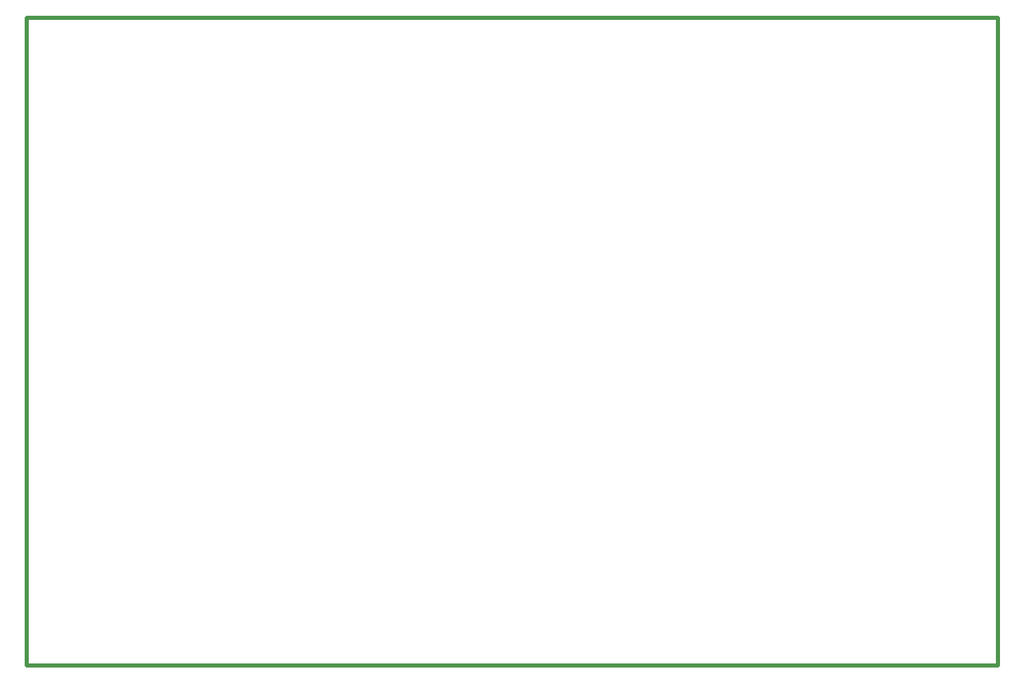
<source format=gko>
G04 Layer: BoardOutlineLayer*
G04 EasyEDA v6.5.51, 2026-01-14 15:08:39*
G04 dde8d36dd7f6405bbf5d2bde1aba3d06,1eba0ef7a20a4348ba21f928fdb5677a,10*
G04 Gerber Generator version 0.2*
G04 Scale: 100 percent, Rotated: No, Reflected: No *
G04 Dimensions in millimeters *
G04 leading zeros omitted , absolute positions ,4 integer and 5 decimal *
%FSLAX45Y45*%
%MOMM*%

%ADD10C,0.5000*%
%ADD11C,0.0169*%
D10*
X0Y0D02*
G01*
X11999975Y0D01*
X11999975Y7999984D01*
X0Y7999984D01*
X0Y0D01*

%LPD*%
M02*

</source>
